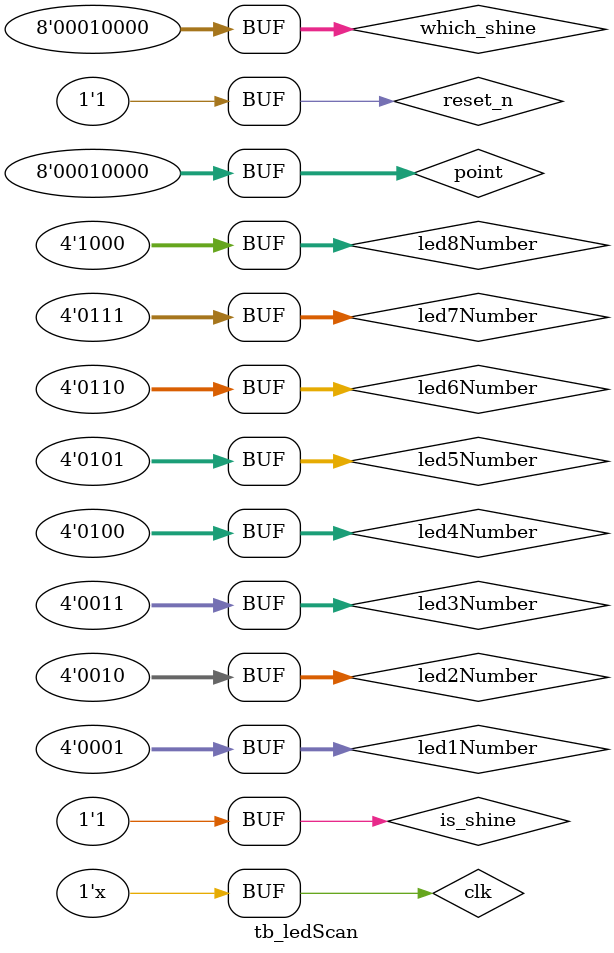
<source format=v>
`timescale 1ns / 1ps


module tb_ledScan();
    reg clk,reset_n;
    reg [3:0] led1Number,led2Number,led3Number,led4Number,led5Number,led6Number,led7Number,led8Number;
    reg [7:0] point;
    reg [7:0] which_shine=8'b00010000;
    reg is_shine=1;
    ledScan ledscan1(
        .led1Number(led1Number),
        .led2Number(led2Number),
        .led3Number(led3Number),
        .led4Number(led4Number),
        .led5Number(led5Number),
        .led6Number(led6Number),
        .led7Number(led7Number),
        .led8Number(led8Number),
        .clk(clk),
        .reset_n(reset_n),
        .point(point),
        .is_shine(is_shine),
        .which_shine(which_shine)
    );
    
    initial
        begin
            led1Number=4'h1;
            led2Number=4'h2;
            led3Number=4'h3;
            led4Number=4'h4;
            led5Number=4'h5;
            led6Number=4'h6;
            led7Number=4'h7;
            led8Number=4'h8;
            point=8'b00010000;
            clk=0;
            reset_n=0;
            #100 reset_n=1;
        end
    always
        begin
            #10 clk=~clk;
        end
endmodule

</source>
